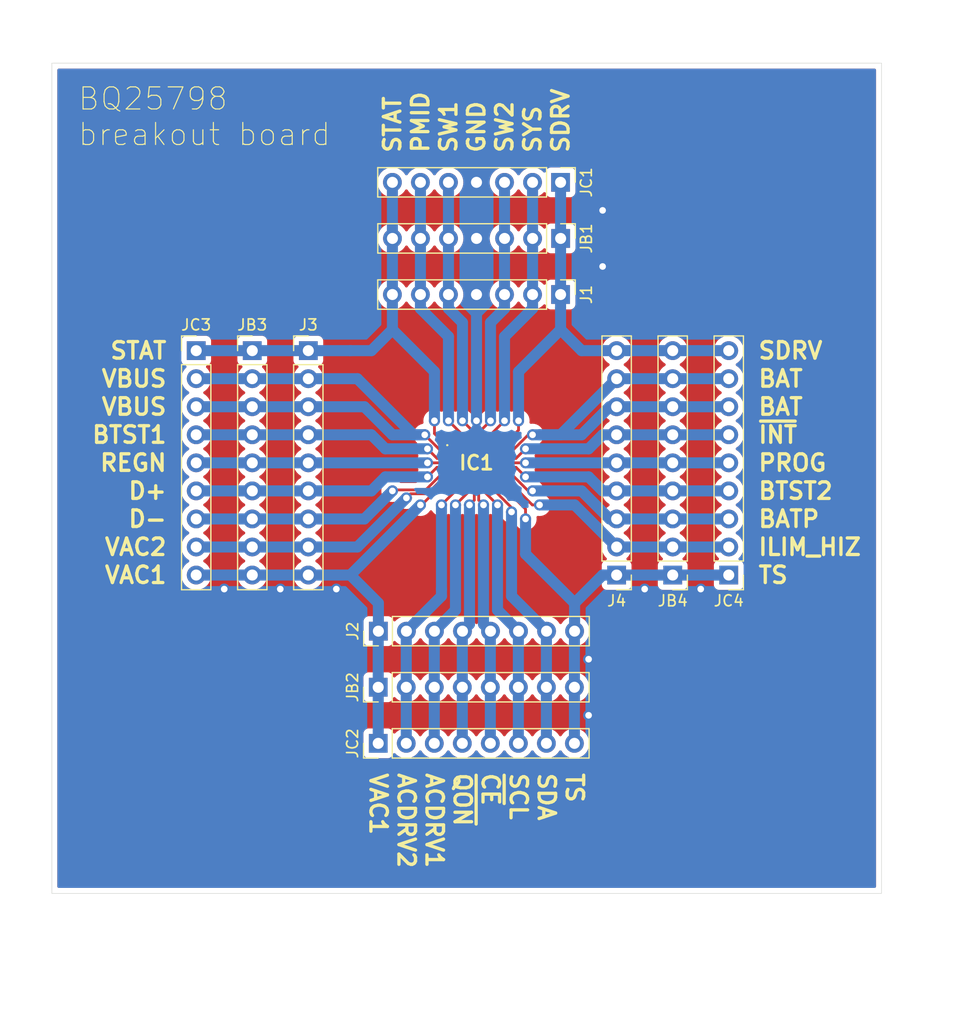
<source format=kicad_pcb>
(kicad_pcb (version 20240108) (generator "pcbnew") (generator_version "8.0")
  (layers (0 "F.Cu" signal) (31 "B.Cu" signal) (34 "B.Paste" user) (35 "F.Paste" user) (36 "B.SilkS" user "B.Silkscreen") (37 "F.SilkS" user "F.Silkscreen") (38 "B.Mask" user) (39 "F.Mask" user) (44 "Edge.Cuts" user))
  (net 0 "")
  (net 1 "Net-(IC1-ILIM_HIZ)")
  (net 2 "Net-(IC1-PROG)")
  (net 3 "Net-(IC1-GND)")
  (net 4 "Net-(IC1-SYS)")
  (net 5 "Net-(IC1-BAT_1)")
  (net 6 "Net-(IC1-SDRV_1)")
  (net 7 "Net-(IC1-BTST2)")
  (net 8 "Net-(IC1-~{INT})")
  (net 9 "Net-(IC1-BATP)")
  (net 10 "Net-(IC1-PMID)")
  (net 11 "Net-(IC1-SW1)")
  (net 12 "Net-(IC1-TS_1)")
  (net 13 "Net-(IC1-ACDRV2)")
  (net 14 "Net-(IC1-SW2)")
  (net 15 "Net-(IC1-SCL)")
  (net 16 "Net-(IC1-ACDRV1)")
  (net 17 "Net-(IC1-~{QON})")
  (net 18 "Net-(IC1-SDA)")
  (net 19 "Net-(IC1-~{CE})")
  (net 20 "Net-(IC1-REGN)")
  (net 21 "Net-(IC1-BTST1)")
  (net 22 "Net-(IC1-VAC1_1)")
  (net 23 "Net-(IC1-D+)")
  (net 24 "Net-(IC1-STAT_1)")
  (net 25 "Net-(IC1-D-)")
  (net 26 "Net-(IC1-VBUS_1)")
  (net 27 "Net-(IC1-VAC2)")
  (footprint "" (layer "F.Cu") (at 53.34 46.99)
    (property "Reference" "")
    (property "Value" "")
  )
  (footprint "" (layer "F.Cu") (at 68.58 68.58 90)
    (property "Reference" "")
    (property "Value" "")
  )
  (footprint "" (layer "F.Cu") (at 58.42 57.15)
    (property "Reference" "")
    (property "Value" "")
  )
  (footprint "" (layer "F.Cu") (at 76.2 68.58 90)
    (property "Reference" "")
    (property "Value" "")
  )
  (footprint "" (layer "F.Cu") (at 71.12 73.66 90)
    (property "Reference" "")
    (property "Value" "")
  )
  (footprint "Connector_PinHeader_2.54mm:PinHeader_1x07_P2.54mm_Vertical" (layer "F.Cu") (at 83.825 30.48 -90)
    (property "Reference" "JB1")
    (property "Value" "Conn_01x07_Pin")
  )
  (footprint "" (layer "F.Cu") (at 63.5 46.99)
    (property "Reference" "")
    (property "Value" "")
  )
  (footprint "" (layer "F.Cu") (at 77.47 33.02 90)
    (property "Reference" "")
    (property "Value" "")
  )
  (footprint "" (layer "F.Cu") (at 76.2 73.66 90)
    (property "Reference" "")
    (property "Value" "")
  )
  (footprint "" (layer "F.Cu") (at 63.5 49.53)
    (property "Reference" "")
    (property "Value" "")
  )
  (footprint "" (layer "F.Cu") (at 67.31 33.02 90)
    (property "Reference" "")
    (property "Value" "")
  )
  (footprint "" (layer "F.Cu") (at 53.34 52.07)
    (property "Reference" "")
    (property "Value" "")
  )
  (footprint "" (layer "F.Cu") (at 53.34 54.61)
    (property "Reference" "")
    (property "Value" "")
  )
  (footprint "" (layer "F.Cu") (at 63.5 54.61)
    (property "Reference" "")
    (property "Value" "")
  )
  (footprint "" (layer "F.Cu") (at 96.52 52.07)
    (property "Reference" "")
    (property "Value" "")
  )
  (footprint "" (layer "F.Cu") (at 66.04 68.58 90)
    (property "Reference" "")
    (property "Value" "")
  )
  (footprint "" (layer "F.Cu") (at 53.34 41.91)
    (property "Reference" "")
    (property "Value" "")
  )
  (footprint "" (layer "F.Cu") (at 58.42 49.53)
    (property "Reference" "")
    (property "Value" "")
  )
  (footprint "" (layer "F.Cu") (at 53.34 59.69)
    (property "Reference" "")
    (property "Value" "")
  )
  (footprint "Connector_PinHeader_2.54mm:PinHeader_1x08_P2.54mm_Vertical" (layer "F.Cu") (at 67.295 71.12 90)
    (property "Reference" "JB2")
    (property "Value" "Conn_01x08_Pin")
  )
  (footprint "" (layer "F.Cu") (at 69.85 27.94 90)
    (property "Reference" "")
    (property "Value" "")
  )
  (footprint "Connector_PinHeader_2.54mm:PinHeader_1x09_P2.54mm_Vertical" (layer "F.Cu") (at 93.98 60.96 180)
    (property "Reference" "JB4")
    (property "Value" "Conn_01x09_Pin")
  )
  (footprint "" (layer "F.Cu") (at 72.39 33.02 90)
    (property "Reference" "")
    (property "Value" "")
  )
  (footprint "" (layer "F.Cu") (at 96.52 41.91)
    (property "Reference" "")
    (property "Value" "")
  )
  (footprint "" (layer "F.Cu") (at 82.55 27.94 90)
    (property "Reference" "")
    (property "Value" "")
  )
  (footprint "" (layer "F.Cu") (at 83.82 73.66 90)
    (property "Reference" "")
    (property "Value" "")
  )
  (footprint "" (layer "F.Cu") (at 96.52 59.69)
    (property "Reference" "")
    (property "Value" "")
  )
  (footprint "" (layer "F.Cu") (at 74.93 27.94 90)
    (property "Reference" "")
    (property "Value" "")
  )
  (footprint "" (layer "F.Cu") (at 81.28 73.66 90)
    (property "Reference" "")
    (property "Value" "")
  )
  (footprint "" (layer "F.Cu") (at 91.44 44.45)
    (property "Reference" "")
    (property "Value" "")
  )
  (footprint "" (layer "F.Cu") (at 72.39 27.94 90)
    (property "Reference" "")
    (property "Value" "")
  )
  (footprint "" (layer "F.Cu") (at 67.31 27.94 90)
    (property "Reference" "")
    (property "Value" "")
  )
  (footprint "" (layer "F.Cu") (at 58.42 44.45)
    (property "Reference" "")
    (property "Value" "")
  )
  (footprint "Connector_PinHeader_2.54mm:PinHeader_1x08_P2.54mm_Vertical" (layer "F.Cu") (at 67.295 76.2 90)
    (property "Reference" "JC2")
    (property "Value" "Conn_01x08_Pin")
  )
  (footprint "" (layer "F.Cu") (at 58.42 52.07)
    (property "Reference" "")
    (property "Value" "")
  )
  (footprint "" (layer "F.Cu") (at 80.01 33.02 90)
    (property "Reference" "")
    (property "Value" "")
  )
  (footprint "Connector_PinHeader_2.54mm:PinHeader_1x09_P2.54mm_Vertical" (layer "F.Cu") (at 88.9 60.96 180)
    (property "Reference" "J4")
    (property "Value" "Conn_01x09_Pin")
  )
  (footprint "" (layer "F.Cu") (at 77.47 27.94 90)
    (property "Reference" "")
    (property "Value" "")
  )
  (footprint "" (layer "F.Cu") (at 73.66 68.58 90)
    (property "Reference" "")
    (property "Value" "")
  )
  (footprint "" (layer "F.Cu") (at 80.01 27.94 90)
    (property "Reference" "")
    (property "Value" "")
  )
  (footprint "" (layer "F.Cu") (at 96.52 46.99)
    (property "Reference" "")
    (property "Value" "")
  )
  (footprint "" (layer "F.Cu") (at 74.93 33.02 90)
    (property "Reference" "")
    (property "Value" "")
  )
  (footprint "" (layer "F.Cu") (at 63.5 41.91)
    (property "Reference" "")
    (property "Value" "")
  )
  (footprint "" (layer "F.Cu") (at 83.82 68.58 90)
    (property "Reference" "")
    (property "Value" "")
  )
  (footprint "" (layer "F.Cu") (at 91.44 57.15)
    (property "Reference" "")
    (property "Value" "")
  )
  (footprint "" (layer "F.Cu") (at 91.44 59.69)
    (property "Reference" "")
    (property "Value" "")
  )
  (footprint "" (layer "F.Cu") (at 53.34 57.15)
    (property "Reference" "")
    (property "Value" "")
  )
  (footprint "" (layer "F.Cu") (at 53.34 49.53)
    (property "Reference" "")
    (property "Value" "")
  )
  (footprint "" (layer "F.Cu") (at 96.52 54.61)
    (property "Reference" "")
    (property "Value" "")
  )
  (footprint "" (layer "F.Cu") (at 58.42 54.61)
    (property "Reference" "")
    (property "Value" "")
  )
  (footprint "" (layer "F.Cu") (at 91.44 52.07)
    (property "Reference" "")
    (property "Value" "")
  )
  (footprint "Connector_PinHeader_2.54mm:PinHeader_1x09_P2.54mm_Vertical" (layer "F.Cu") (at 50.8 40.64)
    (property "Reference" "JC3")
    (property "Value" "Conn_01x09_Pin")
  )
  (footprint "Connector_PinHeader_2.54mm:PinHeader_1x07_P2.54mm_Vertical" (layer "F.Cu") (at 83.82 25.4 -90)
    (property "Reference" "JC1")
    (property "Value" "Conn_01x07_Pin")
  )
  (footprint "" (layer "F.Cu") (at 91.44 49.53)
    (property "Reference" "")
    (property "Value" "")
  )
  (footprint "" (layer "F.Cu") (at 96.52 49.53)
    (property "Reference" "")
    (property "Value" "")
  )
  (footprint "" (layer "F.Cu") (at 58.42 41.91)
    (property "Reference" "")
    (property "Value" "")
  )
  (footprint "Connector_PinHeader_2.54mm:PinHeader_1x09_P2.54mm_Vertical" (layer "F.Cu") (at 99.06 60.96 180)
    (property "Reference" "JC4")
    (property "Value" "Conn_01x09_Pin")
  )
  (footprint "Connector_PinHeader_2.54mm:PinHeader_1x08_P2.54mm_Vertical" (layer "F.Cu") (at 67.31 66.04 90)
    (property "Reference" "J2")
    (property "Value" "Conn_01x08_Pin")
  )
  (footprint "" (layer "F.Cu") (at 66.04 73.66 90)
    (property "Reference" "")
    (property "Value" "")
  )
  (footprint "" (layer "F.Cu") (at 69.85 33.02 90)
    (property "Reference" "")
    (property "Value" "")
  )
  (footprint "" (layer "F.Cu") (at 73.66 73.66 90)
    (property "Reference" "")
    (property "Value" "")
  )
  (footprint "mouser (samacsys):BQ25798RQMR" (layer "F.Cu") (at 76.2 50.8)
    (property "Reference" "IC1")
    (property "Value" "BQ25798RQMR" (hide yes))
  )
  (footprint "" (layer "F.Cu") (at 85.09 27.94 90)
    (property "Reference" "")
    (property "Value" "")
  )
  (footprint "" (layer "F.Cu") (at 96.52 57.15)
    (property "Reference" "")
    (property "Value" "")
  )
  (footprint "" (layer "F.Cu") (at 63.5 59.69)
    (property "Reference" "")
    (property "Value" "")
  )
  (footprint "" (layer "F.Cu") (at 58.42 46.99)
    (property "Reference" "")
    (property "Value" "")
  )
  (footprint "" (layer "F.Cu") (at 71.12 68.58 90)
    (property "Reference" "")
    (property "Value" "")
  )
  (footprint "" (layer "F.Cu") (at 68.58 73.66 90)
    (property "Reference" "")
    (property "Value" "")
  )
  (footprint "" (layer "F.Cu") (at 91.44 41.91)
    (property "Reference" "")
    (property "Value" "")
  )
  (footprint "" (layer "F.Cu") (at 85.09 33.02 90)
    (property "Reference" "")
    (property "Value" "")
  )
  (footprint "Connector_PinHeader_2.54mm:PinHeader_1x09_P2.54mm_Vertical" (layer "F.Cu") (at 60.96 40.64)
    (property "Reference" "J3")
    (property "Value" "Conn_01x09_Pin")
  )
  (footprint "" (layer "F.Cu") (at 81.28 68.58 90)
    (property "Reference" "")
    (property "Value" "")
  )
  (footprint "" (layer "F.Cu") (at 63.5 52.07)
    (property "Reference" "")
    (property "Value" "")
  )
  (footprint "" (layer "F.Cu") (at 96.52 44.45)
    (property "Reference" "")
    (property "Value" "")
  )
  (footprint "" (layer "F.Cu") (at 91.44 54.61)
    (property "Reference" "")
    (property "Value" "")
  )
  (footprint "" (layer "F.Cu") (at 82.55 33.02 90)
    (property "Reference" "")
    (property "Value" "")
  )
  (footprint "" (layer "F.Cu") (at 53.34 44.45)
    (property "Reference" "")
    (property "Value" "")
  )
  (footprint "" (layer "F.Cu") (at 78.74 73.66 90)
    (property "Reference" "")
    (property "Value" "")
  )
  (footprint "Connector_PinHeader_2.54mm:PinHeader_1x09_P2.54mm_Vertical" (layer "F.Cu") (at 55.88 40.64)
    (property "Reference" "JB3")
    (property "Value" "Conn_01x09_Pin")
  )
  (footprint "Connector_PinHeader_2.54mm:PinHeader_1x07_P2.54mm_Vertical" (layer "F.Cu") (at 83.82 35.56 -90)
    (property "Reference" "J1")
    (property "Value" "Conn_01x07_Pin")
  )
  (footprint "" (layer "F.Cu") (at 63.5 44.45)
    (property "Reference" "")
    (property "Value" "")
  )
  (footprint "" (layer "F.Cu") (at 91.44 46.99)
    (property "Reference" "")
    (property "Value" "")
  )
  (footprint "" (layer "F.Cu") (at 63.5 57.15)
    (property "Reference" "")
    (property "Value" "")
  )
  (footprint "" (layer "F.Cu") (at 58.42 59.69)
    (property "Reference" "")
    (property "Value" "")
  )
  (footprint "" (layer "F.Cu") (at 78.74 68.58 90)
    (property "Reference" "")
    (property "Value" "")
  )
  (gr_rect (start 37.719 14.605) (end 112.903 89.789) (stroke (width 0.05)) (fill none) (layer "Edge.Cuts"))
  (gr_text "BAT" (at 101.6 43.18 0) (layer "F.SilkS") (effects (font (size 1.5 1.5) (thickness 0.3) (bold yes)) (justify left)))
  (gr_text "VBUS" (at 48.26 43.18 0) (layer "F.SilkS") (effects (font (size 1.5 1.5) (thickness 0.3) (bold yes)) (justify right)))
  (gr_text "BATP" (at 101.6 55.88 0) (layer "F.SilkS") (effects (font (size 1.5 1.5) (thickness 0.3) (bold yes)) (justify left)))
  (gr_text "VAC1" (at 48.26 60.96 0) (layer "F.SilkS") (effects (font (size 1.5 1.5) (thickness 0.3) (bold yes)) (justify right)))
  (gr_text "TS" (at 85.09 78.74 270) (layer "F.SilkS") (effects (font (size 1.5 1.5) (thickness 0.3) (bold yes)) (justify left)))
  (gr_text "SYS" (at 81.28 22.86 90) (layer "F.SilkS") (effects (font (size 1.5 1.5) (thickness 0.3) (bold yes)) (justify left)))
  (gr_text "TS" (at 101.6 60.96 0) (layer "F.SilkS") (effects (font (size 1.5 1.5) (thickness 0.3) (bold yes)) (justify left)))
  (gr_text "~{CE}" (at 77.47 78.74 270) (layer "F.SilkS") (effects (font (size 1.5 1.5) (thickness 0.3) (bold yes)) (justify left)))
  (gr_text "SCL" (at 80.01 78.74 270) (layer "F.SilkS") (effects (font (size 1.5 1.5) (thickness 0.3) (bold yes)) (justify left)))
  (gr_text "BTST2" (at 101.6 53.34 0) (layer "F.SilkS") (effects (font (size 1.5 1.5) (thickness 0.3) (bold yes)) (justify left)))
  (gr_text "ILIM_HIZ" (at 101.6 58.42 0) (layer "F.SilkS") (effects (font (size 1.5 1.5) (thickness 0.3) (bold yes)) (justify left)))
  (gr_text "STAT" (at 48.26 40.64 0) (layer "F.SilkS") (effects (font (size 1.5 1.5) (thickness 0.3) (bold yes)) (justify right)))
  (gr_text "STAT" (at 68.58 22.86 90) (layer "F.SilkS") (effects (font (size 1.5 1.5) (thickness 0.3) (bold yes)) (justify left)))
  (gr_text "D+" (at 48.26 53.34 0) (layer "F.SilkS") (effects (font (size 1.5 1.5) (thickness 0.3) (bold yes)) (justify right)))
  (gr_text "D-" (at 48.26 55.88 0) (layer "F.SilkS") (effects (font (size 1.5 1.5) (thickness 0.3) (bold yes)) (justify right)))
  (gr_text "~{INT}" (at 101.6 48.26 0) (layer "F.SilkS") (effects (font (size 1.5 1.5) (thickness 0.3) (bold yes)) (justify left)))
  (gr_text "SW2" (at 78.74 22.86 90) (layer "F.SilkS") (effects (font (size 1.5 1.5) (thickness 0.3) (bold yes)) (justify left)))
  (gr_text "REGN" (at 48.26 50.8 0) (layer "F.SilkS") (effects (font (size 1.5 1.5) (thickness 0.3) (bold yes)) (justify right)))
  (gr_text "BQ25798 \nbreakout board" (at 40.005 22.225 0) (layer "F.SilkS") (effects (font (size 2 2) (thickness 0.1)) (justify left bottom)))
  (gr_text "PMID" (at 71.12 22.86 90) (layer "F.SilkS") (effects (font (size 1.5 1.5) (thickness 0.3) (bold yes)) (justify left)))
  (gr_text "VBUS" (at 48.26 45.72 0) (layer "F.SilkS") (effects (font (size 1.5 1.5) (thickness 0.3) (bold yes)) (justify right)))
  (gr_text "SDRV" (at 83.82 22.86 90) (layer "F.SilkS") (effects (font (size 1.5 1.5) (thickness 0.3) (bold yes)) (justify left)))
  (gr_text "BAT" (at 101.6 45.72 0) (layer "F.SilkS") (effects (font (size 1.5 1.5) (thickness 0.3) (bold yes)) (justify left)))
  (gr_text "SW1" (at 73.66 22.86 90) (layer "F.SilkS") (effects (font (size 1.5 1.5) (thickness 0.3) (bold yes)) (justify left)))
  (gr_text "SDA" (at 82.55 78.74 270) (layer "F.SilkS") (effects (font (size 1.5 1.5) (thickness 0.3) (bold yes)) (justify left)))
  (gr_text "VAC1" (at 67.31 78.74 270) (layer "F.SilkS") (effects (font (size 1.5 1.5) (thickness 0.3) (bold yes)) (justify left)))
  (gr_text "GND" (at 76.2 22.86 90) (layer "F.SilkS") (effects (font (size 1.5 1.5) (thickness 0.3) (bold yes)) (justify left)))
  (gr_text "SDRV" (at 101.6 40.64 0) (layer "F.SilkS") (effects (font (size 1.5 1.5) (thickness 0.3) (bold yes)) (justify left)))
  (gr_text "~{QON}" (at 74.93 78.74 270) (layer "F.SilkS") (effects (font (size 1.5 1.5) (thickness 0.3) (bold yes)) (justify left)))
  (gr_text "ACDRV2" (at 69.85 78.74 270) (layer "F.SilkS") (effects (font (size 1.5 1.5) (thickness 0.3) (bold yes)) (justify left)))
  (gr_text "BTST1" (at 48.26 48.26 0) (layer "F.SilkS") (effects (font (size 1.5 1.5) (thickness 0.3) (bold yes)) (justify right)))
  (gr_text "VAC2" (at 48.26 58.42 0) (layer "F.SilkS") (effects (font (size 1.5 1.5) (thickness 0.3) (bold yes)) (justify right)))
  (gr_text "PROG" (at 101.6 50.8 0) (layer "F.SilkS") (effects (font (size 1.5 1.5) (thickness 0.3) (bold yes)) (justify left)))
  (gr_text "ACDRV1" (at 72.39 78.74 270) (layer "F.SilkS") (effects (font (size 1.5 1.5) (thickness 0.3) (bold yes)) (justify left)))
  (segment (start 78.65 52) (end 81.26 54.61) (width 0.25) (layer "F.Cu") (net 1))
  (segment (start 81.26 54.61) (end 81.915 54.61) (width 0.25) (layer "F.Cu") (net 1))
  (segment (start 78.05 52) (end 78.65 52) (width 0.25) (layer "F.Cu") (net 1))
  (via (at 81.915 54.61) (size 1) (drill 0.6) (layers "F.Cu" "B.Cu") (net 1))
  (segment (start 85.09 54.61) (end 81.915 54.61) (width 1) (layer "B.Cu") (net 1))
  (segment (start 99.06 58.42) (end 88.9 58.42) (width 1) (layer "B.Cu") (net 1))
  (segment (start 88.9 58.42) (end 85.09 54.61) (width 1) (layer "B.Cu") (net 1))
  (segment (start 78.1 50.8) (end 80.645 50.8) (width 0.25) (layer "F.Cu") (net 2))
  (via (at 80.645 50.8) (size 1) (drill 0.6) (layers "F.Cu" "B.Cu") (net 2))
  (segment (start 88.9 50.8) (end 80.645 50.8) (width 1) (layer "B.Cu") (net 2))
  (segment (start 99.06 50.8) (end 88.9 50.8) (width 1) (layer "B.Cu") (net 2))
  (segment (start 85.09 27.94) (end 87.63 27.94) (width 1) (layer "F.Cu") (net 3))
  (segment (start 58.42 59.69) (end 58.42 62.23) (width 1) (layer "F.Cu") (net 3))
  (segment (start 96.52 41.91) (end 96.52 59.69) (width 1) (layer "F.Cu") (net 3))
  (segment (start 83.82 73.66) (end 86.36 73.66) (width 1) (layer "F.Cu") (net 3))
  (segment (start 85.09 33.02) (end 87.63 33.02) (width 1) (layer "F.Cu") (net 3))
  (segment (start 67.31 33.02) (end 85.09 33.02) (width 1) (layer "F.Cu") (net 3))
  (segment (start 58.42 41.91) (end 58.42 59.69) (width 1) (layer "F.Cu") (net 3))
  (segment (start 53.34 59.69) (end 53.34 62.23) (width 1) (layer "F.Cu") (net 3))
  (segment (start 96.52 59.69) (end 96.52 62.23) (width 1) (layer "F.Cu") (net 3))
  (segment (start 91.44 59.69) (end 91.44 62.23) (width 1) (layer "F.Cu") (net 3))
  (segment (start 91.44 41.91) (end 91.44 59.69) (width 1) (layer "F.Cu") (net 3))
  (segment (start 67.31 27.94) (end 85.09 27.94) (width 1) (layer "F.Cu") (net 3))
  (segment (start 66.04 68.58) (end 83.82 68.58) (width 1) (layer "F.Cu") (net 3))
  (segment (start 66.04 73.66) (end 83.82 73.66) (width 1) (layer "F.Cu") (net 3))
  (segment (start 63.5 41.91) (end 63.5 59.69) (width 1) (layer "F.Cu") (net 3))
  (segment (start 76.2 49.1) (end 76.2 46.99) (width 0.25) (layer "F.Cu") (net 3))
  (segment (start 53.34 41.91) (end 53.34 59.69) (width 1) (layer "F.Cu") (net 3))
  (segment (start 83.82 68.58) (end 86.36 68.58) (width 1) (layer "F.Cu") (net 3))
  (segment (start 63.5 59.69) (end 63.5 62.23) (width 1) (layer "F.Cu") (net 3))
  (via (at 58.42 62.23) (size 1) (drill 0.6) (layers "F.Cu" "B.Cu") (net 3))
  (via (at 53.34 62.23) (size 1) (drill 0.6) (layers "F.Cu" "B.Cu") (net 3))
  (via (at 87.63 27.94) (size 1) (drill 0.6) (layers "F.Cu" "B.Cu") (net 3))
  (via (at 87.63 33.02) (size 1) (drill 0.6) (layers "F.Cu" "B.Cu") (net 3))
  (via (at 63.5 62.23) (size 1) (drill 0.6) (layers "F.Cu" "B.Cu") (net 3))
  (via (at 91.44 62.23) (size 1) (drill 0.6) (layers "F.Cu" "B.Cu") (net 3))
  (via (at 76.2 46.99) (size 1) (drill 0.6) (layers "F.Cu" "B.Cu") (net 3))
  (via (at 86.36 73.66) (size 1) (drill 0.6) (layers "F.Cu" "B.Cu") (net 3))
  (via (at 86.36 68.58) (size 1) (drill 0.6) (layers "F.Cu" "B.Cu") (net 3))
  (via (at 96.52 62.23) (size 1) (drill 0.6) (layers "F.Cu" "B.Cu") (net 3))
  (segment (start 76.2 25.4) (end 76.2 46.99) (width 1) (layer "B.Cu") (net 3))
  (segment (start 77.19 48.26) (end 77.47 48.26) (width 0.25) (layer "F.Cu") (net 4))
  (segment (start 77.1 48.35) (end 77.19 48.26) (width 0.25) (layer "F.Cu") (net 4))
  (segment (start 77.47 48.26) (end 78.74 46.99) (width 0.25) (layer "F.Cu") (net 4))
  (segment (start 77.1 49.1) (end 77.1 48.35) (width 0.25) (layer "F.Cu") (net 4))
  (via (at 78.74 46.99) (size 1) (drill 0.6) (layers "F.Cu" "B.Cu") (net 4))
  (segment (start 81.28 36.83) (end 78.74 39.37) (width 1) (layer "B.Cu") (net 4))
  (segment (start 81.28 25.4) (end 81.28 35.56) (width 1) (layer "B.Cu") (net 4))
  (segment (start 81.28 35.56) (end 81.28 36.83) (width 1) (layer "B.Cu") (net 4))
  (segment (start 78.74 39.37) (end 78.74 46.99) (width 1) (layer "B.Cu") (net 4))
  (segment (start 78.1 49.6) (end 79.549695 49.6) (width 0.25) (layer "F.Cu") (net 5))
  (segment (start 78.1 49.6) (end 78.1 50) (width 0.25) (layer "F.Cu") (net 5))
  (segment (start 79.549695 49.6) (end 80.889695 48.26) (width 0.25) (layer "F.Cu") (net 5))
  (segment (start 80.889695 48.26) (end 81.28 48.26) (width 0.25) (layer "F.Cu") (net 5))
  (via (at 81.28 48.26) (size 1) (drill 0.6) (layers "F.Cu" "B.Cu") (net 5))
  (segment (start 85.725 48.26) (end 81.915 48.26) (width 1) (layer "B.Cu") (net 5))
  (segment (start 88.9 43.18) (end 83.82 48.26) (width 1) (layer "B.Cu") (net 5))
  (segment (start 99.06 45.72) (end 88.9 45.72) (width 1) (layer "B.Cu") (net 5))
  (segment (start 88.9 45.72) (end 88.265 45.72) (width 1) (layer "B.Cu") (net 5))
  (segment (start 83.82 48.26) (end 81.915 48.26) (width 1) (layer "B.Cu") (net 5))
  (segment (start 99.06 43.18) (end 88.9 43.18) (width 1) (layer "B.Cu") (net 5))
  (segment (start 88.265 45.72) (end 85.725 48.26) (width 1) (layer "B.Cu") (net 5))
  (segment (start 81.915 48.26) (end 81.28 48.26) (width 1) (layer "B.Cu") (net 5))
  (segment (start 77.55 48.95) (end 77.775 48.95) (width 0.25) (layer "F.Cu") (net 6))
  (segment (start 80.01 47.84) (end 80.01 46.99) (width 0.25) (layer "F.Cu") (net 6))
  (segment (start 78.8475 49.0025) (end 80.01 47.84) (width 0.25) (layer "F.Cu") (net 6))
  (segment (start 78.795 48.95) (end 78.8475 49.0025) (width 0.25) (layer "F.Cu") (net 6))
  (segment (start 77.55 48.95) (end 78.795 48.95) (width 0.25) (layer "F.Cu") (net 6))
  (segment (start 78.025 49.2) (end 78.65 49.2) (width 0.25) (layer "F.Cu") (net 6))
  (segment (start 78.65 49.2) (end 78.8475 49.0025) (width 0.25) (layer "F.Cu") (net 6))
  (segment (start 77.775 48.95) (end 78.025 49.2) (width 0.25) (layer "F.Cu") (net 6))
  (via (at 80.01 46.99) (size 1) (drill 0.6) (layers "F.Cu" "B.Cu") (net 6))
  (segment (start 83.82 38.735) (end 83.82 36.83) (width 1) (layer "B.Cu") (net 6))
  (segment (start 99.06 40.64) (end 88.9 40.64) (width 1) (layer "B.Cu") (net 6))
  (segment (start 83.82 35.56) (end 83.82 36.83) (width 1) (layer "B.Cu") (net 6))
  (segment (start 88.9 40.64) (end 85.725 40.64) (width 1) (layer "B.Cu") (net 6))
  (segment (start 83.82 25.4) (end 83.82 35.56) (width 1) (layer "B.Cu") (net 6))
  (segment (start 85.725 40.64) (end 83.82 38.735) (width 1) (layer "B.Cu") (net 6))
  (segment (start 83.82 38.735) (end 80.01 42.545) (width 1) (layer "B.Cu") (net 6))
  (segment (start 80.01 42.545) (end 80.01 46.99) (width 1) (layer "B.Cu") (net 6))
  (segment (start 78.06 51.2) (end 79.775 51.2) (width 0.25) (layer "F.Cu") (net 7))
  (segment (start 79.775 51.2) (end 80.645 52.07) (width 0.25) (layer "F.Cu") (net 7))
  (via (at 80.645 52.07) (size 1) (drill 0.6) (layers "F.Cu" "B.Cu") (net 7))
  (segment (start 86.36 52.07) (end 80.645 52.07) (width 1) (layer "B.Cu") (net 7))
  (segment (start 99.06 53.34) (end 88.9 53.34) (width 1) (layer "B.Cu") (net 7))
  (segment (start 87.63 53.34) (end 86.36 52.07) (width 1) (layer "B.Cu") (net 7))
  (segment (start 88.9 53.34) (end 87.63 53.34) (width 1) (layer "B.Cu") (net 7))
  (segment (start 79.775 50.4) (end 80.645 49.53) (width 0.25) (layer "F.Cu") (net 8))
  (segment (start 78.1 50.4) (end 79.775 50.4) (width 0.25) (layer "F.Cu") (net 8))
  (via (at 80.645 49.53) (size 1) (drill 0.6) (layers "F.Cu" "B.Cu") (net 8))
  (segment (start 88.9 48.26) (end 87.63 48.26) (width 1) (layer "B.Cu") (net 8))
  (segment (start 99.06 48.26) (end 88.9 48.26) (width 1) (layer "B.Cu") (net 8))
  (segment (start 87.63 48.26) (end 86.36 49.53) (width 1) (layer "B.Cu") (net 8))
  (segment (start 86.36 49.53) (end 80.645 49.53) (width 1) (layer "B.Cu") (net 8))
  (segment (start 80.889695 53.34) (end 79.149695 51.6) (width 0.25) (layer "F.Cu") (net 9))
  (segment (start 81.28 53.34) (end 80.889695 53.34) (width 0.25) (layer "F.Cu") (net 9))
  (segment (start 79.149695 51.6) (end 78.075 51.6) (width 0.25) (layer "F.Cu") (net 9))
  (via (at 81.28 53.34) (size 1) (drill 0.6) (layers "F.Cu" "B.Cu") (net 9))
  (segment (start 88.265 55.88) (end 88.9 55.88) (width 1) (layer "B.Cu") (net 9))
  (segment (start 85.725 53.34) (end 88.265 55.88) (width 1) (layer "B.Cu") (net 9))
  (segment (start 99.06 55.88) (end 88.9 55.88) (width 1) (layer "B.Cu") (net 9))
  (segment (start 81.28 53.34) (end 85.725 53.34) (width 1) (layer "B.Cu") (net 9))
  (segment (start 74.93 48.26) (end 73.66 46.99) (width 0.25) (layer "F.Cu") (net 10))
  (segment (start 75.3 48.35) (end 75.21 48.26) (width 0.25) (layer "F.Cu") (net 10))
  (segment (start 75.3 49.1) (end 75.3 48.35) (width 0.25) (layer "F.Cu") (net 10))
  (segment (start 75.21 48.26) (end 74.93 48.26) (width 0.25) (layer "F.Cu") (net 10))
  (via (at 73.66 46.99) (size 1) (drill 0.6) (layers "F.Cu" "B.Cu") (net 10))
  (segment (start 71.12 36.83) (end 73.66 39.37) (width 1) (layer "B.Cu") (net 10))
  (segment (start 73.66 39.37) (end 73.66 46.99) (width 1) (layer "B.Cu") (net 10))
  (segment (start 71.12 25.4) (end 71.12 36.83) (width 1) (layer "B.Cu") (net 10))
  (segment (start 75.75 49.1) (end 75.75 47.81) (width 0.25) (layer "F.Cu") (net 11))
  (segment (start 75.75 47.81) (end 74.93 46.99) (width 0.25) (layer "F.Cu") (net 11))
  (via (at 74.93 46.99) (size 1) (drill 0.6) (layers "F.Cu" "B.Cu") (net 11))
  (segment (start 73.66 25.4) (end 73.66 36.83) (width 1) (layer "B.Cu") (net 11))
  (segment (start 73.66 36.83) (end 74.93 38.1) (width 1) (layer "B.Cu") (net 11))
  (segment (start 74.93 38.1) (end 74.93 46.99) (width 1) (layer "B.Cu") (net 11))
  (segment (start 80.645 54.992) (end 78.549 52.896) (width 0.25) (layer "F.Cu") (net 12))
  (segment (start 77.6 52.65) (end 78.303 52.65) (width 0.25) (layer "F.Cu") (net 12))
  (segment (start 77.8745 52.5785) (end 78.2315 52.5785) (width 0.25) (layer "F.Cu") (net 12))
  (segment (start 78.303 52.65) (end 78.549 52.896) (width 0.25) (layer "F.Cu") (net 12))
  (segment (start 80.645 55.88) (end 80.645 54.992) (width 0.25) (layer "F.Cu") (net 12))
  (segment (start 77.803 52.65) (end 77.8745 52.5785) (width 0.25) (layer "F.Cu") (net 12))
  (segment (start 78.053 52.4) (end 77.85 52.4) (width 0.25) (layer "F.Cu") (net 12))
  (segment (start 77.803 52.65) (end 77.6 52.65) (width 0.25) (layer "F.Cu") (net 12))
  (segment (start 77.803 52.65) (end 78.053 52.4) (width 0.25) (layer "F.Cu") (net 12))
  (segment (start 78.549 52.896) (end 78.2315 52.5785) (width 0.25) (layer "F.Cu") (net 12))
  (segment (start 78.2315 52.5785) (end 78.053 52.4) (width 0.25) (layer "F.Cu") (net 12))
  (segment (start 77.85 52.4) (end 77.6 52.65) (width 0.25) (layer "F.Cu") (net 12))
  (via (at 80.645 55.88) (size 1) (drill 0.6) (layers "F.Cu" "B.Cu") (net 12))
  (segment (start 85.09 63.5) (end 85.09 66.04) (width 1) (layer "B.Cu") (net 12))
  (segment (start 80.645 55.88) (end 80.645 59.055) (width 1) (layer "B.Cu") (net 12))
  (segment (start 85.075 66.055) (end 85.09 66.04) (width 1) (layer "B.Cu") (net 12))
  (segment (start 99.06 60.96) (end 87.63 60.96) (width 1) (layer "B.Cu") (net 12))
  (segment (start 80.645 59.055) (end 85.09 63.5) (width 1) (layer "B.Cu") (net 12))
  (segment (start 85.075 76.2) (end 85.075 66.055) (width 1) (layer "B.Cu") (net 12))
  (segment (start 87.63 60.96) (end 85.09 63.5) (width 1) (layer "B.Cu") (net 12))
  (segment (start 75.2 53.15) (end 75.01 53.34) (width 0.25) (layer "F.Cu") (net 13))
  (segment (start 75.2 52.7) (end 75.2 53.15) (width 0.25) (layer "F.Cu") (net 13))
  (segment (start 74.295 53.34) (end 73.025 54.61) (width 0.25) (layer "F.Cu") (net 13))
  (segment (start 75.01 53.34) (end 74.295 53.34) (width 0.25) (layer "F.Cu") (net 13))
  (via (at 73.025 54.61) (size 1) (drill 0.6) (layers "F.Cu" "B.Cu") (net 13))
  (segment (start 69.835 66.055) (end 69.85 66.04) (width 1) (layer "B.Cu") (net 13))
  (segment (start 73.025 62.23) (end 73.025 54.61) (width 1) (layer "B.Cu") (net 13))
  (segment (start 69.85 66.04) (end 73.025 62.865) (width 1) (layer "B.Cu") (net 13))
  (segment (start 69.835 76.2) (end 69.835 66.055) (width 1) (layer "B.Cu") (net 13))
  (segment (start 73.025 62.865) (end 73.025 62.23) (width 1) (layer "B.Cu") (net 13))
  (segment (start 76.65 47.81) (end 77.47 46.99) (width 0.25) (layer "F.Cu") (net 14))
  (segment (start 76.65 49.1) (end 76.65 47.81) (width 0.25) (layer "F.Cu") (net 14))
  (via (at 77.47 46.99) (size 1) (drill 0.6) (layers "F.Cu" "B.Cu") (net 14))
  (segment (start 78.74 36.83) (end 77.47 38.1) (width 1) (layer "B.Cu") (net 14))
  (segment (start 78.74 35.56) (end 78.74 36.83) (width 1) (layer "B.Cu") (net 14))
  (segment (start 77.47 38.1) (end 77.47 46.99) (width 1) (layer "B.Cu") (net 14))
  (segment (start 78.74 25.4) (end 78.74 35.56) (width 1) (layer "B.Cu") (net 14))
  (segment (start 76.8 53.305) (end 78.105 54.61) (width 0.25) (layer "F.Cu") (net 15))
  (segment (start 76.8 52.7) (end 76.8 53.305) (width 0.25) (layer "F.Cu") (net 15))
  (via (at 78.105 54.61) (size 1) (drill 0.6) (layers "F.Cu" "B.Cu") (net 15))
  (segment (start 79.995 66.055) (end 80.01 66.04) (width 1) (layer "B.Cu") (net 15))
  (segment (start 78.105 64.135) (end 78.105 54.61) (width 1) (layer "B.Cu") (net 15))
  (segment (start 79.995 76.2) (end 79.995 66.055) (width 1) (layer "B.Cu") (net 15))
  (segment (start 80.01 66.04) (end 78.105 64.135) (width 1) (layer "B.Cu") (net 15))
  (segment (start 75.6 52.7) (end 75.6 53.305) (width 0.25) (layer "F.Cu") (net 16))
  (segment (start 75.6 53.305) (end 74.295 54.61) (width 0.25) (layer "F.Cu") (net 16))
  (via (at 74.295 54.61) (size 1) (drill 0.6) (layers "F.Cu" "B.Cu") (net 16))
  (segment (start 72.39 66.04) (end 74.295 64.135) (width 1) (layer "B.Cu") (net 16))
  (segment (start 72.375 66.055) (end 72.39 66.04) (width 1) (layer "B.Cu") (net 16))
  (segment (start 74.295 64.135) (end 74.295 54.61) (width 1) (layer "B.Cu") (net 16))
  (segment (start 72.375 76.2) (end 72.375 66.055) (width 1) (layer "B.Cu") (net 16))
  (segment (start 76 54.175) (end 75.565 54.61) (width 0.25) (layer "F.Cu") (net 17))
  (segment (start 76 52.7) (end 76 54.175) (width 0.25) (layer "F.Cu") (net 17))
  (via (at 75.565 54.61) (size 1) (drill 0.6) (layers "F.Cu" "B.Cu") (net 17))
  (segment (start 75.565 65.405) (end 75.565 54.61) (width 1) (layer "B.Cu") (net 17))
  (segment (start 74.915 66.055) (end 74.93 66.04) (width 1) (layer "B.Cu") (net 17))
  (segment (start 74.93 66.04) (end 75.565 65.405) (width 1) (layer "B.Cu") (net 17))
  (segment (start 74.915 76.2) (end 74.915 66.055) (width 1) (layer "B.Cu") (net 17))
  (segment (start 77.39 53.34) (end 77.2 53.15) (width 0.25) (layer "F.Cu") (net 18))
  (segment (start 79.375 55.245) (end 79.375 54.854695) (width 0.25) (layer "F.Cu") (net 18))
  (segment (start 77.2 53.15) (end 77.2 52.7) (width 0.25) (layer "F.Cu") (net 18))
  (segment (start 79.375 54.854695) (end 77.860305 53.34) (width 0.25) (layer "F.Cu") (net 18))
  (segment (start 77.860305 53.34) (end 77.39 53.34) (width 0.25) (layer "F.Cu") (net 18))
  (via (at 79.375 55.245) (size 1) (drill 0.6) (layers "F.Cu" "B.Cu") (net 18))
  (segment (start 82.535 66.055) (end 82.55 66.04) (width 1) (layer "B.Cu") (net 18))
  (segment (start 82.535 76.2) (end 82.535 66.055) (width 1) (layer "B.Cu") (net 18))
  (segment (start 79.375 62.865) (end 82.55 66.04) (width 1) (layer "B.Cu") (net 18))
  (segment (start 79.375 55.245) (end 79.375 62.865) (width 1) (layer "B.Cu") (net 18))
  (segment (start 76.4 52.7) (end 76.4 54.175) (width 0.25) (layer "F.Cu") (net 19))
  (segment (start 76.4 54.175) (end 76.835 54.61) (width 0.25) (layer "F.Cu") (net 19))
  (via (at 76.835 54.61) (size 1) (drill 0.6) (layers "F.Cu" "B.Cu") (net 19))
  (segment (start 77.455 76.2) (end 77.455 66.055) (width 1) (layer "B.Cu") (net 19))
  (segment (start 77.455 66.055) (end 77.47 66.04) (width 1) (layer "B.Cu") (net 19))
  (segment (start 76.835 65.405) (end 76.835 54.61) (width 1) (layer "B.Cu") (net 19))
  (segment (start 77.47 66.04) (end 76.835 65.405) (width 1) (layer "B.Cu") (net 19))
  (segment (start 74.3 50.8) (end 71.755 50.8) (width 0.25) (layer "F.Cu") (net 20))
  (via (at 71.755 50.8) (size 1) (drill 0.6) (layers "F.Cu" "B.Cu") (net 20))
  (segment (start 50.8 50.8) (end 71.755 50.8) (width 1) (layer "B.Cu") (net 20))
  (segment (start 72.625 50.4) (end 71.755 49.53) (width 0.25) (layer "F.Cu") (net 21))
  (segment (start 74.3 50.4) (end 72.625 50.4) (width 0.25) (layer "F.Cu") (net 21))
  (via (at 71.755 49.53) (size 1) (drill 0.6) (layers "F.Cu" "B.Cu") (net 21))
  (segment (start 67.945 49.53) (end 71.755 49.53) (width 1) (layer "B.Cu") (net 21))
  (segment (start 66.675 48.26) (end 67.945 49.53) (width 1) (layer "B.Cu") (net 21))
  (segment (start 50.8 48.26) (end 66.675 48.26) (width 1) (layer "B.Cu") (net 21))
  (segment (start 71.230254 54.61) (end 71.12 54.61) (width 0.25) (layer "F.Cu") (net 22))
  (segment (start 74.8 52.65) (end 73.190254 52.65) (width 0.25) (layer "F.Cu") (net 22))
  (segment (start 73.080127 52.760127) (end 71.230254 54.61) (width 0.25) (layer "F.Cu") (net 22))
  (segment (start 74.6 52.65) (end 74.35 52.4) (width 0.25) (layer "F.Cu") (net 22))
  (segment (start 73.440254 52.4) (end 73.080127 52.760127) (width 0.25) (layer "F.Cu") (net 22))
  (segment (start 74.8 52.65) (end 74.6 52.65) (width 0.25) (layer "F.Cu") (net 22))
  (segment (start 73.190254 52.65) (end 73.080127 52.760127) (width 0.25) (layer "F.Cu") (net 22))
  (segment (start 74.35 52.4) (end 73.440254 52.4) (width 0.25) (layer "F.Cu") (net 22))
  (via (at 71.12 54.61) (size 1) (drill 0.6) (layers "F.Cu" "B.Cu") (net 22))
  (segment (start 67.31 66.04) (end 67.31 63.5) (width 1) (layer "B.Cu") (net 22))
  (segment (start 67.295 76.2) (end 67.295 66.055) (width 1) (layer "B.Cu") (net 22))
  (segment (start 64.77 60.96) (end 71.12 54.61) (width 1) (layer "B.Cu") (net 22))
  (segment (start 64.77 60.96) (end 50.8 60.96) (width 1) (layer "B.Cu") (net 22))
  (segment (start 67.295 66.055) (end 67.31 66.04) (width 1) (layer "B.Cu") (net 22))
  (segment (start 67.31 63.5) (end 64.77 60.96) (width 1) (layer "B.Cu") (net 22))
  (segment (start 74.3 51.2) (end 72.625 51.2) (width 0.25) (layer "F.Cu") (net 23))
  (segment (start 72.625 51.2) (end 71.755 52.07) (width 0.25) (layer "F.Cu") (net 23))
  (via (at 71.755 52.07) (size 1) (drill 0.6) (layers "F.Cu" "B.Cu") (net 23))
  (segment (start 50.8 53.34) (end 66.675 53.34) (width 1) (layer "B.Cu") (net 23))
  (segment (start 66.675 53.34) (end 67.945 52.07) (width 1) (layer "B.Cu") (net 23))
  (segment (start 67.945 52.07) (end 71.755 52.07) (width 1) (layer "B.Cu") (net 23))
  (segment (start 74.375 49.2) (end 73.440254 49.2) (width 0.25) (layer "F.Cu") (net 24))
  (segment (start 74.625 48.95) (end 74.375 49.2) (width 0.25) (layer "F.Cu") (net 24))
  (segment (start 74.85 48.95) (end 73.190254 48.95) (width 0.25) (layer "F.Cu") (net 24))
  (segment (start 74.85 48.95) (end 74.625 48.95) (width 0.25) (layer "F.Cu") (net 24))
  (segment (start 73.440254 49.2) (end 73.080127 48.839873) (width 0.25) (layer "F.Cu") (net 24))
  (segment (start 73.190254 48.95) (end 73.080127 48.839873) (width 0.25) (layer "F.Cu") (net 24))
  (segment (start 72.39 48.149746) (end 73.080127 48.839873) (width 0.25) (layer "F.Cu") (net 24))
  (segment (start 72.39 46.99) (end 72.39 48.149746) (width 0.25) (layer "F.Cu") (net 24))
  (via (at 72.39 46.99) (size 1) (drill 0.6) (layers "F.Cu" "B.Cu") (net 24))
  (segment (start 68.58 38.735) (end 66.675 40.64) (width 1) (layer "B.Cu") (net 24))
  (segment (start 72.39 46.99) (end 72.39 42.545) (width 1) (layer "B.Cu") (net 24))
  (segment (start 64.77 40.64) (end 50.8 40.64) (width 1) (layer "B.Cu") (net 24))
  (segment (start 68.58 25.4) (end 68.58 38.735) (width 1) (layer "B.Cu") (net 24))
  (segment (start 72.39 42.545) (end 68.58 38.735) (width 1) (layer "B.Cu") (net 24))
  (segment (start 66.675 40.64) (end 64.77 40.64) (width 1) (layer "B.Cu") (net 24))
  (segment (start 74.3 51.6) (end 73.250305 51.6) (width 0.25) (layer "F.Cu") (net 25))
  (segment (start 71.600305 53.25) (end 68.67 53.25) (width 0.25) (layer "F.Cu") (net 25))
  (segment (start 68.67 53.25) (end 68.58 53.34) (width 0.25) (layer "F.Cu") (net 25))
  (segment (start 73.250305 51.6) (end 71.600305 53.25) (width 0.25) (layer "F.Cu") (net 25))
  (via (at 68.58 53.34) (size 1) (drill 0.6) (layers "F.Cu" "B.Cu") (net 25))
  (segment (start 50.8 55.88) (end 66.04 55.88) (width 1) (layer "B.Cu") (net 25))
  (segment (start 66.04 55.88) (end 68.58 53.34) (width 1) (layer "B.Cu") (net 25))
  (segment (start 74.3 49.6) (end 74.3 50) (width 0.25) (layer "F.Cu") (net 26))
  (segment (start 71.510305 48.26) (end 72.850305 49.6) (width 0.25) (layer "F.Cu") (net 26))
  (segment (start 72.850305 49.6) (end 74.3 49.6) (width 0.25) (layer "F.Cu") (net 26))
  (via (at 71.510305 48.26) (size 1) (drill 0.6) (layers "F.Cu" "B.Cu") (net 26))
  (segment (start 71.510305 48.26) (end 70.485 48.26) (width 1) (layer "B.Cu") (net 26))
  (segment (start 66.04 45.72) (end 50.8 45.72) (width 1) (layer "B.Cu") (net 26))
  (segment (start 68.58 48.26) (end 66.04 45.72) (width 1) (layer "B.Cu") (net 26))
  (segment (start 71.510305 48.26) (end 68.58 48.26) (width 1) (layer "B.Cu") (net 26))
  (segment (start 65.405 43.18) (end 50.8 43.18) (width 1) (layer "B.Cu") (net 26))
  (segment (start 70.485 48.26) (end 65.405 43.18) (width 1) (layer "B.Cu") (net 26))
  (segment (start 74.3 52) (end 73.34528 52) (width 0.25) (layer "F.Cu") (net 27))
  (segment (start 70.225 53.6) (end 69.85 53.975) (width 0.25) (layer "F.Cu") (net 27))
  (segment (start 71.74528 53.6) (end 70.225 53.6) (width 0.25) (layer "F.Cu") (net 27))
  (segment (start 73.34528 52) (end 71.74528 53.6) (width 0.25) (layer "F.Cu") (net 27))
  (via (at 69.85 53.975) (size 1) (drill 0.6) (layers "F.Cu" "B.Cu") (net 27))
  (segment (start 69.85 53.975) (end 65.405 58.42) (width 1) (layer "B.Cu") (net 27))
  (segment (start 65.405 58.42) (end 50.8 58.42) (width 1) (layer "B.Cu") (net 27))
  (zone (net 3) (net_name "Net-(IC1-GND)") (layers "F&B.Cu") (name "GND") (connect_pads yes (clearance 0.5)) (min_thickness 0.25) (fill yes (thermal_gap 0.5) (thermal_bridge_width 0.5))
    (polygon (pts (xy 33.02 8.89) (xy 120.65 8.89) (xy 120.65 98.425) (xy 113.665 100.33) (xy 33.02 101.6)))
  )
)
</source>
